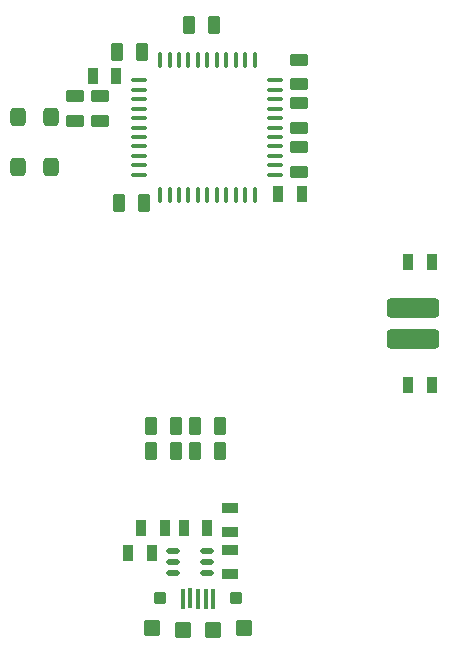
<source format=gbr>
%TF.GenerationSoftware,KiCad,Pcbnew,8.0.7*%
%TF.CreationDate,2025-09-19T21:14:15-06:00*%
%TF.ProjectId,MiniBall,4d696e69-4261-46c6-9c2e-6b696361645f,rev?*%
%TF.SameCoordinates,Original*%
%TF.FileFunction,Paste,Top*%
%TF.FilePolarity,Positive*%
%FSLAX46Y46*%
G04 Gerber Fmt 4.6, Leading zero omitted, Abs format (unit mm)*
G04 Created by KiCad (PCBNEW 8.0.7) date 2025-09-19 21:14:15*
%MOMM*%
%LPD*%
G01*
G04 APERTURE LIST*
G04 Aperture macros list*
%AMRoundRect*
0 Rectangle with rounded corners*
0 $1 Rounding radius*
0 $2 $3 $4 $5 $6 $7 $8 $9 X,Y pos of 4 corners*
0 Add a 4 corners polygon primitive as box body*
4,1,4,$2,$3,$4,$5,$6,$7,$8,$9,$2,$3,0*
0 Add four circle primitives for the rounded corners*
1,1,$1+$1,$2,$3*
1,1,$1+$1,$4,$5*
1,1,$1+$1,$6,$7*
1,1,$1+$1,$8,$9*
0 Add four rect primitives between the rounded corners*
20,1,$1+$1,$2,$3,$4,$5,0*
20,1,$1+$1,$4,$5,$6,$7,0*
20,1,$1+$1,$6,$7,$8,$9,0*
20,1,$1+$1,$8,$9,$2,$3,0*%
G04 Aperture macros list end*
%ADD10RoundRect,0.243000X-1.967000X-0.567000X1.967000X-0.567000X1.967000X0.567000X-1.967000X0.567000X0*%
%ADD11RoundRect,0.153000X-0.357000X0.607000X-0.357000X-0.607000X0.357000X-0.607000X0.357000X0.607000X0*%
%ADD12RoundRect,0.260000X0.390000X-0.490000X0.390000X0.490000X-0.390000X0.490000X-0.390000X-0.490000X0*%
%ADD13RoundRect,0.138000X-0.322000X0.572000X-0.322000X-0.572000X0.322000X-0.572000X0.322000X0.572000X0*%
%ADD14RoundRect,0.153000X0.607000X0.357000X-0.607000X0.357000X-0.607000X-0.357000X0.607000X-0.357000X0*%
%ADD15RoundRect,0.153000X0.357000X-0.607000X0.357000X0.607000X-0.357000X0.607000X-0.357000X-0.607000X0*%
%ADD16RoundRect,0.138000X0.572000X0.322000X-0.572000X0.322000X-0.572000X-0.322000X0.572000X-0.322000X0*%
%ADD17RoundRect,0.184000X-0.371000X0.046000X-0.371000X-0.046000X0.371000X-0.046000X0.371000X0.046000X0*%
%ADD18RoundRect,0.138000X0.322000X-0.572000X0.322000X0.572000X-0.322000X0.572000X-0.322000X-0.572000X0*%
%ADD19RoundRect,0.153000X-0.607000X-0.357000X0.607000X-0.357000X0.607000X0.357000X-0.607000X0.357000X0*%
%ADD20RoundRect,0.040500X-0.094500X-0.819500X0.094500X-0.819500X0.094500X0.819500X-0.094500X0.819500X0*%
%ADD21RoundRect,0.140000X-0.560000X-0.560000X0.560000X-0.560000X0.560000X0.560000X-0.560000X0.560000X0*%
%ADD22RoundRect,0.100000X-0.400000X-0.400000X0.400000X-0.400000X0.400000X0.400000X-0.400000X0.400000X0*%
%ADD23RoundRect,0.140000X-0.000010X-0.550000X0.000010X-0.550000X0.000010X0.550000X-0.000010X0.550000X0*%
%ADD24RoundRect,0.140000X-0.550000X0.000010X-0.550000X-0.000010X0.550000X-0.000010X0.550000X0.000010X0*%
G04 APERTURE END LIST*
D10*
%TO.C,MOS.D.1*%
X166701110Y-103703600D03*
X166701110Y-106303600D03*
%TD*%
D11*
%TO.C,MCU.C.22*%
X143753510Y-82003600D03*
X141648710Y-82003600D03*
%TD*%
D12*
%TO.C,MCU.Y.1*%
X133301100Y-87503600D03*
X133301100Y-91703610D03*
X136101100Y-91703610D03*
X136101100Y-87503600D03*
%TD*%
D13*
%TO.C,USB.R.6*%
X145703510Y-122303600D03*
X143698710Y-122303600D03*
%TD*%
D11*
%TO.C,MCU.C.1*%
X149853510Y-79703600D03*
X147748710Y-79703600D03*
%TD*%
D14*
%TO.C,MCU.C.7*%
X138101110Y-87856000D03*
X138101110Y-85751200D03*
%TD*%
D15*
%TO.C,MOS.C.2*%
X148248700Y-113703600D03*
X150353500Y-113703600D03*
%TD*%
D14*
%TO.C,MCU.C.4*%
X157101100Y-88456000D03*
X157101100Y-86351200D03*
%TD*%
D16*
%TO.C,USB.FB.3*%
X151201100Y-126206000D03*
X151201100Y-124201200D03*
%TD*%
D13*
%TO.C,MOS.R.3*%
X168303510Y-110203600D03*
X166298710Y-110203600D03*
%TD*%
%TO.C,USB.FB.2*%
X149303510Y-122303600D03*
X147298710Y-122303600D03*
%TD*%
D15*
%TO.C,MCU.C.5*%
X141848700Y-94803600D03*
X143953500Y-94803600D03*
%TD*%
D11*
%TO.C,MOS.C.10*%
X146653510Y-115803600D03*
X144548700Y-115803600D03*
%TD*%
D14*
%TO.C,MCU.C.8*%
X157101100Y-84756000D03*
X157101100Y-82651200D03*
%TD*%
D15*
%TO.C,MOS.C.3*%
X148248700Y-115803600D03*
X150353500Y-115803600D03*
%TD*%
D17*
%TO.C,USB.Z.1*%
X149251100Y-126153600D03*
X149251100Y-125203600D03*
X149251100Y-124253600D03*
X146351100Y-124253600D03*
X146351100Y-125203600D03*
X146351100Y-126153600D03*
%TD*%
D18*
%TO.C,MOS.R.4*%
X166298700Y-99803600D03*
X168303500Y-99803600D03*
%TD*%
D19*
%TO.C,MCU.C.9*%
X157101100Y-90051200D03*
X157101100Y-92156000D03*
%TD*%
D16*
%TO.C,USB.R.7*%
X151201100Y-122606000D03*
X151201100Y-120601200D03*
%TD*%
D18*
%TO.C,MCU.R.5*%
X155298700Y-94003600D03*
X157303500Y-94003600D03*
%TD*%
D13*
%TO.C,MCU.R.1*%
X141603510Y-84003600D03*
X139598710Y-84003600D03*
%TD*%
D20*
%TO.C,USB.J.2*%
X147201110Y-128278600D03*
X147851100Y-128275410D03*
X148501110Y-128278600D03*
X149151110Y-128278600D03*
X149801110Y-128278600D03*
D21*
X152401100Y-130803610D03*
D22*
X151701100Y-128203610D03*
D21*
X149751180Y-130956850D03*
X147251180Y-130956850D03*
D22*
X145301110Y-128203610D03*
D21*
X144601100Y-130803610D03*
%TD*%
D14*
%TO.C,MCU.C.6*%
X140201110Y-87856000D03*
X140201110Y-85751200D03*
%TD*%
D11*
%TO.C,MOS.C.11*%
X146653510Y-113703600D03*
X144548700Y-113703600D03*
%TD*%
D13*
%TO.C,USB.FB.1*%
X144603510Y-124403600D03*
X142598710Y-124403600D03*
%TD*%
D23*
%TO.C,MCU.U.1*%
X153301110Y-82653600D03*
X152501100Y-82653600D03*
X151701100Y-82653600D03*
X150901100Y-82653600D03*
X150101100Y-82653600D03*
X149301100Y-82653600D03*
X148501100Y-82653600D03*
X147701100Y-82653600D03*
X146901110Y-82653600D03*
X146101100Y-82653600D03*
X145301100Y-82653600D03*
D24*
X143551100Y-84403600D03*
X143551100Y-85203600D03*
X143551100Y-86003600D03*
X143551100Y-86803600D03*
X143551100Y-87603600D03*
X143551100Y-88403600D03*
X143551100Y-89203600D03*
X143551100Y-90003600D03*
X143551100Y-90803600D03*
X143551100Y-91603600D03*
X143551100Y-92403600D03*
D23*
X145301100Y-94153600D03*
X146101100Y-94153600D03*
X146901110Y-94153600D03*
X147701100Y-94153600D03*
X148501100Y-94153600D03*
X149301100Y-94153600D03*
X150101100Y-94153600D03*
X150901100Y-94153600D03*
X151701100Y-94153600D03*
X152501100Y-94153600D03*
X153301110Y-94153600D03*
D24*
X155051100Y-92403600D03*
X155051100Y-91603600D03*
X155051100Y-90803600D03*
X155051100Y-90003600D03*
X155051100Y-89203600D03*
X155051100Y-88403600D03*
X155051100Y-87603600D03*
X155051100Y-86803600D03*
X155051100Y-86003600D03*
X155051100Y-85203600D03*
X155051100Y-84403600D03*
%TD*%
M02*

</source>
